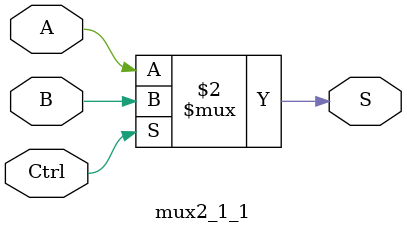
<source format=v>
`timescale 1ns / 1ps
module mux2_1_1(A, B, Ctrl, S);	input  wire Ctrl;	input  wire A;
	input  wire B;	output wire S;	assign S = (Ctrl == 1'b0) ? A : B;endmodule

</source>
